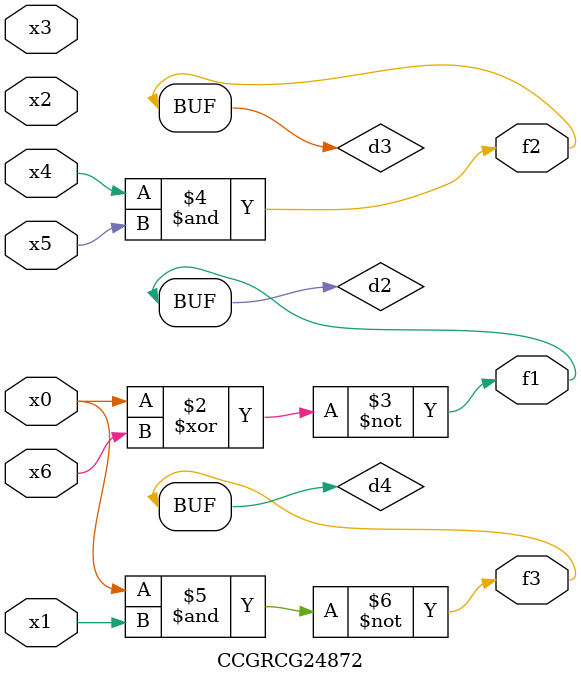
<source format=v>
module CCGRCG24872(
	input x0, x1, x2, x3, x4, x5, x6,
	output f1, f2, f3
);

	wire d1, d2, d3, d4;

	nor (d1, x0);
	xnor (d2, x0, x6);
	and (d3, x4, x5);
	nand (d4, x0, x1);
	assign f1 = d2;
	assign f2 = d3;
	assign f3 = d4;
endmodule

</source>
